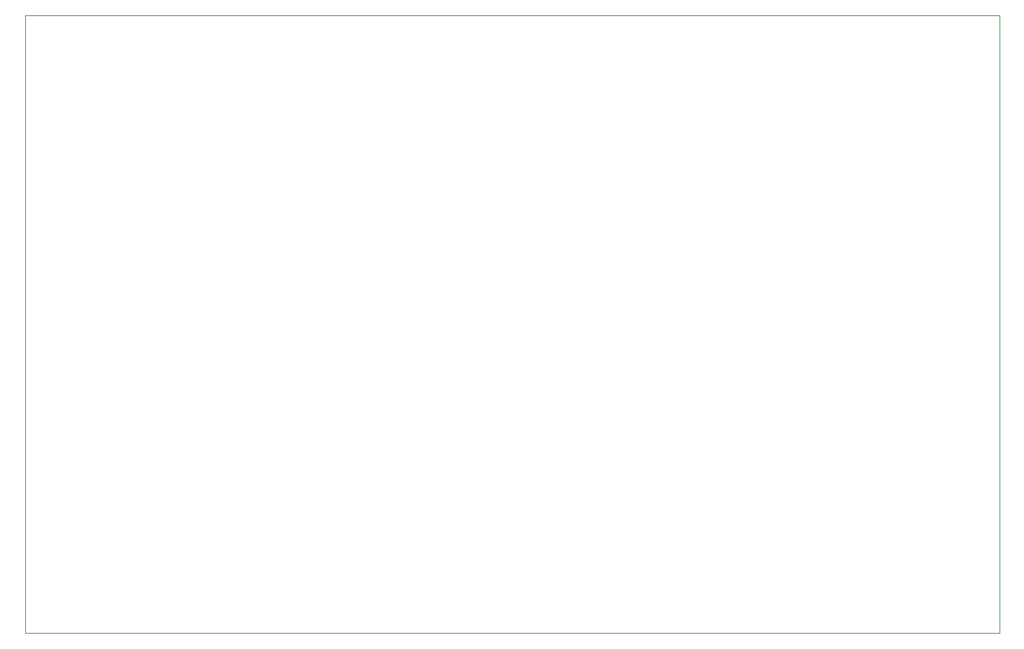
<source format=gbr>
G04 #@! TF.FileFunction,Profile,NP*
%FSLAX46Y46*%
G04 Gerber Fmt 4.6, Leading zero omitted, Abs format (unit mm)*
G04 Created by KiCad (PCBNEW 4.0.6) date 06/23/17 11:36:22*
%MOMM*%
%LPD*%
G01*
G04 APERTURE LIST*
%ADD10C,0.100000*%
G04 APERTURE END LIST*
D10*
X205740000Y-46990000D02*
X205740000Y-97790000D01*
X87630000Y-46990000D02*
X205740000Y-46990000D01*
X87630000Y-48895000D02*
X87630000Y-46990000D01*
X87630000Y-52070000D02*
X87630000Y-48895000D01*
X87630000Y-121920000D02*
X87630000Y-52070000D01*
X111125000Y-121920000D02*
X87630000Y-121920000D01*
X205740000Y-121920000D02*
X205740000Y-119380000D01*
X111125000Y-121920000D02*
X205740000Y-121920000D01*
X205740000Y-97790000D02*
X205740000Y-119380000D01*
M02*

</source>
